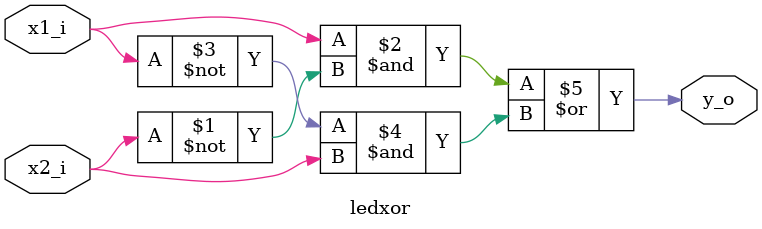
<source format=v>
`timescale 1ns / 1ps

module ledxor(
        x1_i,
        x2_i,
        y_o
    );
    input x1_i;
    input x2_i;
    output y_o;

    assign y_o = (x1_i & ~x2_i) | (~x1_i & x2_i);
endmodule

</source>
